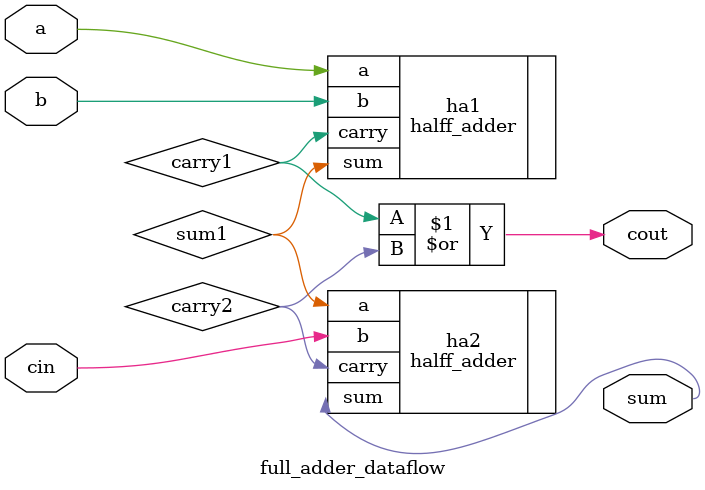
<source format=v>
module full_adder_dataflow(
    input a, b, cin,
    output sum, cout
);
    wire sum1, carry1, carry2;

    halff_adder ha1 (.a(a), .b(b), .sum(sum1), .carry(carry1));
    halff_adder ha2 (.a(sum1), .b(cin), .sum(sum), .carry(carry2));
    assign cout = carry1 | carry2;
endmodule
</source>
